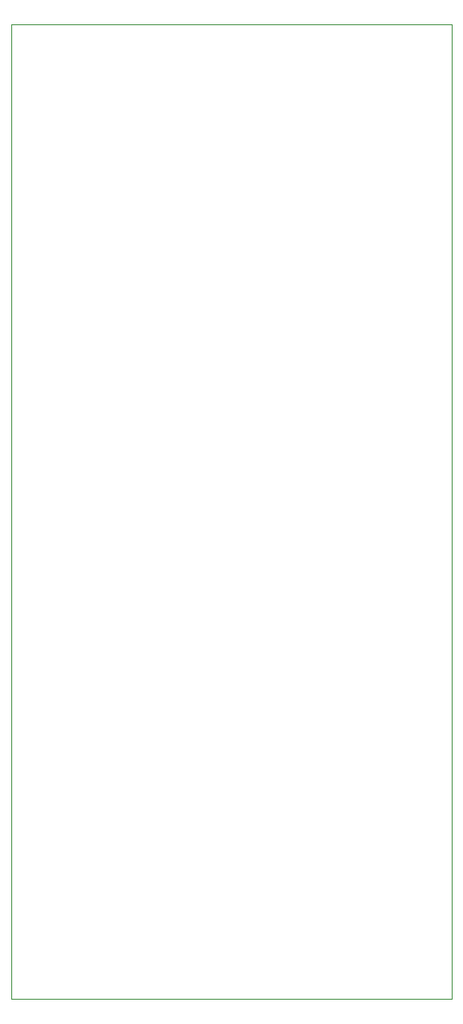
<source format=gbr>
%TF.GenerationSoftware,KiCad,Pcbnew,8.0.5*%
%TF.CreationDate,2024-09-27T18:29:33-04:00*%
%TF.ProjectId,oe-commutator-controller,6f652d63-6f6d-46d7-9574-61746f722d63,D*%
%TF.SameCoordinates,Original*%
%TF.FileFunction,Profile,NP*%
%FSLAX46Y46*%
G04 Gerber Fmt 4.6, Leading zero omitted, Abs format (unit mm)*
G04 Created by KiCad (PCBNEW 8.0.5) date 2024-09-27 18:29:33*
%MOMM*%
%LPD*%
G01*
G04 APERTURE LIST*
%TA.AperFunction,Profile*%
%ADD10C,0.100000*%
%TD*%
G04 APERTURE END LIST*
D10*
X102000000Y-54000000D02*
X145000000Y-54000000D01*
X145000000Y-149000000D01*
X102000000Y-149000000D01*
X102000000Y-54000000D01*
M02*

</source>
